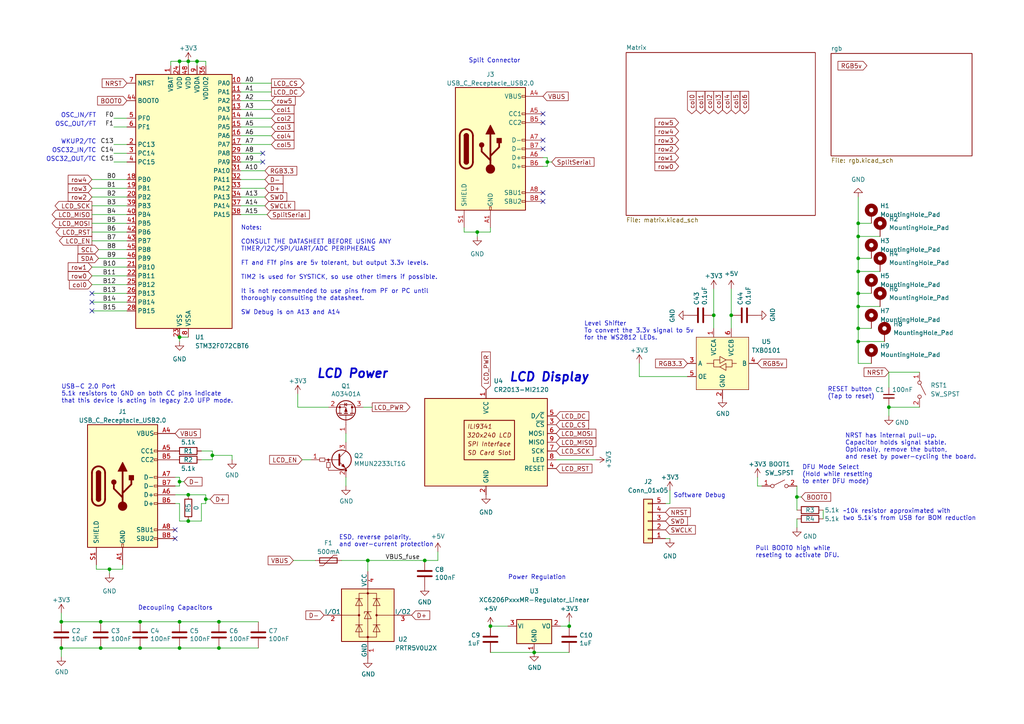
<source format=kicad_sch>
(kicad_sch (version 20231120) (generator "eeschema") (generator_version "8.0")
  (paper "A4")
  (lib_symbols
    (symbol "+5V_1" (power) (pin_names (offset 0))
      (property "Value" "+5V_1" (at 0 3.556 0))
      (symbol "+5V_1_1_1"
        (pin power_in line (at 0 0 90) (length 0) hide (name "+5V") (number "1"))
      )
    )
    (symbol "Connector:USB_C_Receptacle_USB2.0" (pin_names (offset 1.016))
      (property "Reference" "J" (at -10.16 19.05 0))
      (property "Value" "USB_C_Receptacle_USB2.0" (at 19.05 19.05 0))
      (symbol "USB_C_Receptacle_USB2.0_1_1"
        (pin passive line (at 0 -22.86 90) (length 5.08) (name "GND") (number "A1"))
        (pin passive line (at 0 -22.86 90) (length 5.08) hide (name "GND") (number "A12"))
        (pin passive line (at 15.24 15.24 180) (length 5.08) (name "VBUS") (number "A4"))
        (pin bidirectional line (at 15.24 10.16 180) (length 5.08) (name "CC1") (number "A5"))
        (pin bidirectional line (at 15.24 -2.54 180) (length 5.08) (name "D+") (number "A6"))
        (pin bidirectional line (at 15.24 2.54 180) (length 5.08) (name "D-") (number "A7"))
        (pin bidirectional line (at 15.24 -12.7 180) (length 5.08) (name "SBU1") (number "A8"))
        (pin passive line (at 15.24 15.24 180) (length 5.08) hide (name "VBUS") (number "A9"))
        (pin passive line (at 0 -22.86 90) (length 5.08) hide (name "GND") (number "B1"))
        (pin passive line (at 0 -22.86 90) (length 5.08) hide (name "GND") (number "B12"))
        (pin passive line (at 15.24 15.24 180) (length 5.08) hide (name "VBUS") (number "B4"))
        (pin bidirectional line (at 15.24 7.62 180) (length 5.08) (name "CC2") (number "B5"))
        (pin bidirectional line (at 15.24 -5.08 180) (length 5.08) (name "D+") (number "B6"))
        (pin bidirectional line (at 15.24 0 180) (length 5.08) (name "D-") (number "B7"))
        (pin bidirectional line (at 15.24 -15.24 180) (length 5.08) (name "SBU2") (number "B8"))
        (pin passive line (at 15.24 15.24 180) (length 5.08) hide (name "VBUS") (number "B9"))
        (pin passive line (at -7.62 -22.86 90) (length 5.08) (name "SHIELD") (number "S1"))
      )
    )
    (symbol "Connector_Generic:Conn_01x05" (pin_names (offset 1.016) hide)
      (property "Reference" "J" (at 0 7.62 0))
      (property "Value" "Conn_01x05" (at 0 -7.62 0))
      (symbol "Conn_01x05_1_1"
        (pin passive line (at -5.08 5.08 0) (length 3.81) (name "Pin_1") (number "1"))
        (pin passive line (at -5.08 2.54 0) (length 3.81) (name "Pin_2") (number "2"))
        (pin passive line (at -5.08 0 0) (length 3.81) (name "Pin_3") (number "3"))
        (pin passive line (at -5.08 -2.54 0) (length 3.81) (name "Pin_4") (number "4"))
        (pin passive line (at -5.08 -5.08 0) (length 3.81) (name "Pin_5") (number "5"))
      )
    )
    (symbol "Device:C" (pin_numbers hide) (pin_names (offset 0.254))
      (property "Reference" "C" (at 0.635 2.54 0))
      (property "Value" "C" (at 0.635 -2.54 0))
      (symbol "C_1_1"
        (pin passive line (at 0 3.81 270) (length 2.794) (name "~") (number "1"))
        (pin passive line (at 0 -3.81 90) (length 2.794) (name "~") (number "2"))
      )
    )
    (symbol "Device:C_Small" (pin_numbers hide) (pin_names (offset 0.254) hide)
      (property "Reference" "C" (at 0.254 1.778 0))
      (property "Value" "C_Small" (at 0.254 -2.032 0))
      (symbol "C_Small_1_1"
        (pin passive line (at 0 2.54 270) (length 2.032) (name "~") (number "1"))
        (pin passive line (at 0 -2.54 90) (length 2.032) (name "~") (number "2"))
      )
    )
    (symbol "Device:Polyfuse" (pin_numbers hide) (pin_names (offset 0))
      (property "Reference" "F" (at -2.54 0 90))
      (property "Value" "Polyfuse" (at 2.54 0 90))
      (symbol "Polyfuse_1_1"
        (pin passive line (at 0 3.81 270) (length 1.27) (name "~") (number "1"))
        (pin passive line (at 0 -3.81 90) (length 1.27) (name "~") (number "2"))
      )
    )
    (symbol "Device:Q_NPN_BEC_BRT" (pin_names hide)
      (property "Reference" "Q" (at 3.81 1.27 0))
      (property "Value" "Q_NPN_BEC_BRT" (at 3.81 -1.27 0))
      (symbol "Q_NPN_BEC_BRT_1_1"
        (pin input line (at -8.89 0 0) (length 2.54) (name "B") (number "1"))
        (pin passive line (at 1.27 -5.08 90) (length 2.54) (name "E") (number "2"))
        (pin passive line (at 1.27 5.08 270) (length 2.54) (name "C") (number "3"))
      )
    )
    (symbol "Device:R" (pin_numbers hide) (pin_names (offset 0))
      (property "Reference" "R" (at 2.032 0 90))
      (property "Value" "R" (at 0 0 90))
      (symbol "R_1_1"
        (pin passive line (at 0 3.81 270) (length 1.27) (name "~") (number "1"))
        (pin passive line (at 0 -3.81 90) (length 1.27) (name "~") (number "2"))
      )
    )
    (symbol "Djinn-rescue:GND-power" (power) (pin_names (offset 0))
      (property "Value" "power_GND" (at 0 -3.81 0))
      (symbol "GND-power_1_1"
        (pin power_in line (at 0 0 270) (length 0) hide (name "GND") (number "1"))
      )
    )
    (symbol "Driver_Display:CR2013-MI2120" (pin_names (offset 0.762))
      (property "Reference" "U4" (at 2.1941 17.78 0))
      (property "Value" "CR2013-MI2120" (at 2.1941 15.24 0))
      (symbol "CR2013-MI2120_0_0"
        (text "320x240 LCD" (at 0.889 2.032 0) (effects (font (size 1.27 1.27) (italic yes))))
        (text "ILI9341" (at -5.461 4.572 0) (effects (font (size 1.27 1.27) (italic yes)) (justify left)))
        (text "SD Card Slot" (at -5.461 -3.048 0) (effects (font (size 1.27 1.27) (italic yes)) (justify left)))
        (text "SPI Interface" (at -5.461 -0.508 0) (effects (font (size 1.27 1.27) (italic yes)) (justify left)))
      )
      (symbol "CR2013-MI2120_1_1"
        (pin power_in line (at 0 15.24 270) (length 2.54) (name "VCC") (number "1"))
        (pin power_in line (at 0 -15.24 90) (length 2.54) (name "GND") (number "2"))
        (pin input line (at 20.32 5.08 180) (length 2.54) (name "~{CS}") (number "3"))
        (pin input line (at 20.32 -7.62 180) (length 2.54) (name "RESET") (number "4"))
        (pin input line (at 20.32 7.62 180) (length 2.54) (name "D/~{C}") (number "5"))
        (pin input line (at 20.32 2.54 180) (length 2.54) (name "MOSI") (number "6"))
        (pin input line (at 20.32 -2.54 180) (length 2.54) (name "SCK") (number "7"))
        (pin input line (at 20.32 -5.08 180) (length 2.54) (name "LED") (number "8"))
        (pin output line (at 20.32 0 180) (length 2.54) (name "MISO") (number "9"))
      )
    )
    (symbol "GND_1" (power) (pin_numbers hide) (pin_names (offset 0) hide)
      (property "Value" "GND" (at 0 -3.81 0))
      (symbol "GND_1_1_1"
        (pin power_in line (at 0 0 270) (length 0) (name "~") (number "1"))
      )
    )
    (symbol "MCU_ST_STM32F0:STM32F072CBTx"
      (property "Reference" "U" (at -12.7 39.37 0))
      (property "Value" "STM32F072CBTx" (at 10.16 39.37 0))
      (symbol "STM32F072CBTx_1_1"
        (pin power_in line (at -2.54 40.64 270) (length 2.54) (name "VBAT") (number "1"))
        (pin bidirectional line (at 17.78 35.56 180) (length 2.54) (name "PA0") (number "10"))
        (pin bidirectional line (at 17.78 33.02 180) (length 2.54) (name "PA1") (number "11"))
        (pin bidirectional line (at 17.78 30.48 180) (length 2.54) (name "PA2") (number "12"))
        (pin bidirectional line (at 17.78 27.94 180) (length 2.54) (name "PA3") (number "13"))
        (pin bidirectional line (at 17.78 25.4 180) (length 2.54) (name "PA4") (number "14"))
        (pin bidirectional line (at 17.78 22.86 180) (length 2.54) (name "PA5") (number "15"))
        (pin bidirectional line (at 17.78 20.32 180) (length 2.54) (name "PA6") (number "16"))
        (pin bidirectional line (at 17.78 17.78 180) (length 2.54) (name "PA7") (number "17"))
        (pin bidirectional line (at -15.24 7.62 0) (length 2.54) (name "PB0") (number "18"))
        (pin bidirectional line (at -15.24 5.08 0) (length 2.54) (name "PB1") (number "19"))
        (pin bidirectional line (at -15.24 17.78 0) (length 2.54) (name "PC13") (number "2"))
        (pin bidirectional line (at -15.24 2.54 0) (length 2.54) (name "PB2") (number "20"))
        (pin bidirectional line (at -15.24 -17.78 0) (length 2.54) (name "PB10") (number "21"))
        (pin bidirectional line (at -15.24 -20.32 0) (length 2.54) (name "PB11") (number "22"))
        (pin power_in line (at 0 -38.1 90) (length 2.54) (name "VSS") (number "23"))
        (pin power_in line (at 0 40.64 270) (length 2.54) (name "VDD") (number "24"))
        (pin bidirectional line (at -15.24 -22.86 0) (length 2.54) (name "PB12") (number "25"))
        (pin bidirectional line (at -15.24 -25.4 0) (length 2.54) (name "PB13") (number "26"))
        (pin bidirectional line (at -15.24 -27.94 0) (length 2.54) (name "PB14") (number "27"))
        (pin bidirectional line (at -15.24 -30.48 0) (length 2.54) (name "PB15") (number "28"))
        (pin bidirectional line (at 17.78 15.24 180) (length 2.54) (name "PA8") (number "29"))
        (pin bidirectional line (at -15.24 15.24 0) (length 2.54) (name "PC14") (number "3"))
        (pin bidirectional line (at 17.78 12.7 180) (length 2.54) (name "PA9") (number "30"))
        (pin bidirectional line (at 17.78 10.16 180) (length 2.54) (name "PA10") (number "31"))
        (pin bidirectional line (at 17.78 7.62 180) (length 2.54) (name "PA11") (number "32"))
        (pin bidirectional line (at 17.78 5.08 180) (length 2.54) (name "PA12") (number "33"))
        (pin bidirectional line (at 17.78 2.54 180) (length 2.54) (name "PA13") (number "34"))
        (pin passive line (at 0 -38.1 90) (length 2.54) hide (name "VSS") (number "35"))
        (pin power_in line (at 7.62 40.64 270) (length 2.54) (name "VDDIO2") (number "36"))
        (pin bidirectional line (at 17.78 0 180) (length 2.54) (name "PA14") (number "37"))
        (pin bidirectional line (at 17.78 -2.54 180) (length 2.54) (name "PA15") (number "38"))
        (pin bidirectional line (at -15.24 0 0) (length 2.54) (name "PB3") (number "39"))
        (pin bidirectional line (at -15.24 12.7 0) (length 2.54) (name "PC15") (number "4"))
        (pin bidirectional line (at -15.24 -2.54 0) (length 2.54) (name "PB4") (number "40"))
        (pin bidirectional line (at -15.24 -5.08 0) (length 2.54) (name "PB5") (number "41"))
        (pin bidirectional line (at -15.24 -7.62 0) (length 2.54) (name "PB6") (number "42"))
        (pin bidirectional line (at -15.24 -10.16 0) (length 2.54) (name "PB7") (number "43"))
        (pin input line (at -15.24 30.48 0) (length 2.54) (name "BOOT0") (number "44"))
        (pin bidirectional line (at -15.24 -12.7 0) (length 2.54) (name "PB8") (number "45"))
        (pin bidirectional line (at -15.24 -15.24 0) (length 2.54) (name "PB9") (number "46"))
        (pin passive line (at 0 -38.1 90) (length 2.54) hide (name "VSS") (number "47"))
        (pin power_in line (at 2.54 40.64 270) (length 2.54) (name "VDD") (number "48"))
        (pin bidirectional line (at -15.24 25.4 0) (length 2.54) (name "PF0") (number "5"))
        (pin bidirectional line (at -15.24 22.86 0) (length 2.54) (name "PF1") (number "6"))
        (pin input line (at -15.24 35.56 0) (length 2.54) (name "NRST") (number "7"))
        (pin power_in line (at 2.54 -38.1 90) (length 2.54) (name "VSSA") (number "8"))
        (pin power_in line (at 5.08 40.64 270) (length 2.54) (name "VDDA") (number "9"))
      )
    )
    (symbol "Mechanical:MountingHole_Pad" (pin_numbers hide) (pin_names (offset 1.016) hide) (exclude_from_sim yes) (in_bom no)
      (property "Reference" "H" (at 0 6.35 0))
      (property "Value" "MountingHole_Pad" (at 0 4.445 0))
      (symbol "MountingHole_Pad_1_1"
        (pin input line (at 0 -2.54 90) (length 2.54) (name "1") (number "1"))
      )
    )
    (symbol "PCM_marbastlib-various:TXB0101"
      (property "Reference" "U" (at -6.35 11.43 0))
      (property "Value" "TXB0101" (at 3.81 11.43 0))
      (symbol "TXB0101_1_1"
        (pin power_in line (at -2.54 12.7 270) (length 2.54) (name "VCCA") (number "1"))
        (pin power_in line (at 0 -7.62 90) (length 2.54) (name "GND") (number "2"))
        (pin bidirectional line (at -10.16 2.54 0) (length 2.54) (name "A") (number "3"))
        (pin bidirectional line (at 10.16 2.54 180) (length 2.54) (name "B") (number "4"))
        (pin input line (at -10.16 -1.27 0) (length 2.54) (name "OE") (number "5"))
        (pin power_in line (at 2.54 12.7 270) (length 2.54) (name "VCCB") (number "6"))
      )
    )
    (symbol "Power_Protection:PRTR5V0U2X" (pin_names (offset 0))
      (property "Reference" "D" (at 2.794 8.636 0))
      (property "Value" "PRTR5V0U2X" (at 8.128 -9.398 0))
      (symbol "PRTR5V0U2X_1_1"
        (pin passive line (at 0 -12.7 90) (length 5.08) (name "GND") (number "1"))
        (pin passive line (at -12.7 0 0) (length 5.08) (name "I/O1") (number "2"))
        (pin passive line (at 12.7 0 180) (length 5.08) (name "I/O2") (number "3"))
        (pin passive line (at 0 12.7 270) (length 5.08) (name "VCC") (number "4"))
      )
    )
    (symbol "Switch:SW_SPST" (pin_names (offset 0) hide)
      (property "Reference" "SW" (at 0 3.175 0))
      (property "Value" "SW_SPST" (at 0 -2.54 0))
      (symbol "SW_SPST_1_1"
        (pin passive line (at -5.08 0 0) (length 2.54) (name "A") (number "1"))
        (pin passive line (at 5.08 0 180) (length 2.54) (name "B") (number "2"))
      )
    )
    (symbol "Transistor_FET:AO3401A" (pin_names hide)
      (property "Reference" "Q" (at 5.08 1.905 0))
      (property "Value" "AO3401A" (at 5.08 0 0))
      (symbol "AO3401A_1_1"
        (pin input line (at -5.08 0 0) (length 2.54) (name "G") (number "1"))
        (pin passive line (at 2.54 -5.08 90) (length 2.54) (name "S") (number "2"))
        (pin passive line (at 2.54 5.08 270) (length 2.54) (name "D") (number "3"))
      )
    )
    (symbol "kicad-keyboard-parts:XC6206PxxxMR-Regulator_Linear" (pin_names (offset 0.254))
      (property "Reference" "U" (at -3.81 3.175 0))
      (property "Value" "XC6206PxxxMR-Regulator_Linear" (at 0 3.175 0))
      (property "LCSC" "C5446" (at 0 0 0))
      (symbol "XC6206PxxxMR-Regulator_Linear_1_1"
        (pin power_in line (at 0 -7.62 90) (length 2.54) (name "GND") (number "1"))
        (pin power_out line (at 7.62 0 180) (length 2.54) (name "VO") (number "2"))
        (pin power_in line (at -7.62 0 0) (length 2.54) (name "VI") (number "3"))
      )
    )
    (symbol "power:+3V3" (power) (pin_names (offset 0))
      (property "Value" "+3V3" (at 0 3.556 0))
      (symbol "+3V3_1_1"
        (pin power_in line (at 0 0 90) (length 0) hide (name "+3V3") (number "1"))
      )
    )
    (symbol "power:+5V" (power) (pin_names (offset 0))
      (property "Value" "+5V" (at 0 3.556 0))
      (symbol "+5V_1_1"
        (pin power_in line (at 0 0 90) (length 0) hide (name "+5V") (number "1"))
      )
    )
    (symbol "power:GND" (power) (pin_names (offset 0))
      (property "Value" "GND" (at 0 -3.81 0))
      (symbol "GND_1_1"
        (pin power_in line (at 0 0 270) (length 0) hide (name "GND") (number "1"))
      )
    )
  )
  (junction (at 17.78 180.34))
  (junction (at 248.92 74.93))
  (junction (at 207.01 91.44))
  (junction (at 138.43 67.31))
  (junction (at 61.595 132.08))
  (junction (at 52.07 17.78))
  (junction (at 54.61 17.78))
  (junction (at 59.69 144.78))
  (junction (at 52.07 139.7))
  (junction (at 248.92 95.25))
  (junction (at 52.07 180.34))
  (junction (at 106.68 162.56))
  (junction (at 17.78 187.96))
  (junction (at 52.07 97.79))
  (junction (at 29.21 180.34))
  (junction (at 248.92 78.74))
  (junction (at 63.5 180.34))
  (junction (at 248.92 64.77))
  (junction (at 29.21 187.96))
  (junction (at 248.92 88.9))
  (junction (at 54.61 143.51))
  (junction (at 231.14 144.145))
  (junction (at 212.09 91.44))
  (junction (at 248.92 85.09))
  (junction (at 40.64 180.34))
  (junction (at 154.94 189.23) (diameter 0.9144))
  (junction (at 40.64 187.96))
  (junction (at 123.19 162.56))
  (junction (at 63.5 187.96))
  (junction (at 57.15 17.78))
  (junction (at 52.07 187.96))
  (junction (at 257.81 118.11))
  (junction (at 165.1 181.61))
  (junction (at 248.92 99.06))
  (junction (at 31.75 165.1))
  (junction (at 248.92 68.58))
  (junction (at 142.24 181.61))
  (junction (at 54.61 151.13))
  (junction (at 158.75 46.99))
  (no_connect (at 76.2 46.99))
  (no_connect (at 157.48 43.18))
  (no_connect (at 50.8 153.67))
  (no_connect (at 157.48 58.42))
  (no_connect (at 26.67 90.17))
  (no_connect (at 50.8 156.21))
  (no_connect (at 26.67 87.63))
  (no_connect (at 157.48 33.02))
  (no_connect (at 157.48 35.56))
  (no_connect (at 157.48 40.64))
  (no_connect (at 157.48 55.88))
  (no_connect (at 26.67 85.09))
  (no_connect (at 76.2 44.45))
  (wire (pts (xy 248.92 88.9) (xy 248.92 85.09)))
  (wire (pts (xy 69.85 44.45) (xy 76.2 44.45)))
  (wire (pts (xy 69.85 39.37) (xy 78.74 39.37)))
  (wire (pts (xy 63.5 187.96) (xy 74.93 187.96)))
  (wire (pts (xy 123.19 162.56) (xy 127 162.56)))
  (wire (pts (xy 248.92 95.25) (xy 248.92 88.9)))
  (wire (pts (xy 138.43 68.58) (xy 138.43 67.31)))
  (wire (pts (xy 17.78 177.8) (xy 17.78 180.34)))
  (wire (pts (xy 26.67 80.01) (xy 36.83 80.01)))
  (wire (pts (xy 248.92 57.15) (xy 248.92 64.77)))
  (wire (pts (xy 100.33 125.73) (xy 100.33 128.27)))
  (wire (pts (xy 127 160.02) (xy 127 162.56)))
  (wire (pts (xy 40.64 180.34) (xy 29.21 180.34)))
  (wire (pts (xy 52.07 138.43) (xy 52.07 139.7)))
  (wire (pts (xy 67.31 132.08) (xy 67.31 133.35)))
  (wire (pts (xy 207.01 83.82) (xy 207.01 91.44)))
  (wire (pts (xy 69.85 57.15) (xy 76.835 57.15)))
  (wire (pts (xy 248.92 74.93) (xy 248.92 68.58)))
  (wire (pts (xy 248.92 78.74) (xy 248.92 74.93)))
  (wire (pts (xy 59.69 146.05) (xy 59.69 144.78)))
  (wire (pts (xy 50.8 143.51) (xy 54.61 143.51)))
  (wire (pts (xy 33.02 44.45) (xy 36.83 44.45)))
  (wire (pts (xy 26.67 77.47) (xy 36.83 77.47)))
  (wire (pts (xy 26.67 54.61) (xy 36.83 54.61)))
  (wire (pts (xy 26.67 52.07) (xy 36.83 52.07)))
  (wire (pts (xy 29.21 180.34) (xy 17.78 180.34)))
  (wire (pts (xy 40.64 187.96) (xy 52.07 187.96)))
  (wire (pts (xy 194.31 142.24) (xy 194.31 146.05)))
  (wire (pts (xy 52.07 17.78) (xy 52.07 19.05)))
  (wire (pts (xy 17.78 190.5) (xy 17.78 187.96)))
  (wire (pts (xy 69.85 54.61) (xy 76.835 54.61)))
  (wire (pts (xy 185.42 109.22) (xy 199.39 109.22)))
  (wire (pts (xy 33.02 36.83) (xy 36.83 36.83)))
  (wire (pts (xy 61.595 133.35) (xy 61.595 132.08)))
  (wire (pts (xy 248.92 99.06) (xy 248.92 105.41)))
  (wire (pts (xy 248.92 105.41) (xy 252.73 105.41)))
  (wire (pts (xy 28.575 72.39) (xy 36.83 72.39)))
  (wire (pts (xy 26.67 57.15) (xy 36.83 57.15)))
  (wire (pts (xy 134.62 67.31) (xy 138.43 67.31)))
  (wire (pts (xy 86.36 114.3) (xy 86.36 118.11)))
  (wire (pts (xy 33.02 46.99) (xy 36.83 46.99)))
  (wire (pts (xy 154.94 189.23) (xy 165.1 189.23)))
  (wire (pts (xy 231.14 140.97) (xy 231.14 144.145)))
  (wire (pts (xy 52.07 99.06) (xy 52.07 97.79)))
  (wire (pts (xy 26.67 85.09) (xy 36.83 85.09)))
  (wire (pts (xy 248.92 78.74) (xy 255.27 78.74)))
  (wire (pts (xy 61.595 132.08) (xy 67.31 132.08)))
  (wire (pts (xy 26.67 67.31) (xy 36.83 67.31)))
  (wire (pts (xy 165.1 180.34) (xy 165.1 181.61)))
  (wire (pts (xy 69.85 62.23) (xy 77.47 62.23)))
  (wire (pts (xy 52.07 97.79) (xy 54.61 97.79)))
  (wire (pts (xy 69.85 49.53) (xy 76.835 49.53)))
  (wire (pts (xy 52.07 180.34) (xy 63.5 180.34)))
  (wire (pts (xy 248.92 95.25) (xy 248.92 99.06)))
  (wire (pts (xy 54.61 151.13) (xy 58.42 151.13)))
  (wire (pts (xy 194.31 146.05) (xy 193.04 146.05)))
  (wire (pts (xy 157.48 45.72) (xy 158.75 45.72)))
  (wire (pts (xy 26.67 62.23) (xy 36.83 62.23)))
  (wire (pts (xy 49.53 17.78) (xy 52.07 17.78)))
  (wire (pts (xy 26.67 64.77) (xy 36.83 64.77)))
  (wire (pts (xy 50.8 146.05) (xy 52.07 146.05)))
  (wire (pts (xy 100.33 138.43) (xy 100.33 140.97)))
  (wire (pts (xy 69.85 34.29) (xy 78.74 34.29)))
  (wire (pts (xy 238.76 147.955) (xy 238.76 150.495)))
  (wire (pts (xy 52.07 146.05) (xy 52.07 151.13)))
  (wire (pts (xy 52.07 139.7) (xy 52.07 140.97)))
  (wire (pts (xy 69.85 59.69) (xy 76.835 59.69)))
  (wire (pts (xy 26.67 82.55) (xy 36.83 82.55)))
  (wire (pts (xy 52.07 17.78) (xy 54.61 17.78)))
  (wire (pts (xy 185.42 109.22) (xy 185.42 105.41)))
  (wire (pts (xy 212.09 83.82) (xy 212.09 91.44)))
  (wire (pts (xy 49.53 17.78) (xy 49.53 19.05)))
  (wire (pts (xy 256.54 99.06) (xy 248.92 99.06)))
  (wire (pts (xy 33.02 41.91) (xy 36.83 41.91)))
  (wire (pts (xy 142.24 181.61) (xy 147.32 181.61)))
  (wire (pts (xy 162.56 181.61) (xy 165.1 181.61)))
  (wire (pts (xy 85.09 162.56) (xy 91.44 162.56)))
  (wire (pts (xy 40.64 187.96) (xy 29.21 187.96)))
  (wire (pts (xy 257.81 107.95) (xy 257.81 112.395)))
  (wire (pts (xy 231.14 144.145) (xy 231.14 147.955)))
  (wire (pts (xy 90.17 133.35) (xy 87.63 133.35)))
  (wire (pts (xy 26.67 87.63) (xy 36.83 87.63)))
  (wire (pts (xy 50.8 140.97) (xy 52.07 140.97)))
  (wire (pts (xy 158.75 46.99) (xy 160.02 46.99)))
  (wire (pts (xy 231.14 150.495) (xy 231.14 153.035)))
  (wire (pts (xy 52.07 151.13) (xy 54.61 151.13)))
  (wire (pts (xy 257.81 107.95) (xy 266.7 107.95)))
  (wire (pts (xy 134.62 66.04) (xy 134.62 67.31)))
  (wire (pts (xy 29.21 187.96) (xy 17.78 187.96)))
  (wire (pts (xy 69.85 24.13) (xy 78.74 24.13)))
  (wire (pts (xy 257.81 118.11) (xy 266.7 118.11)))
  (wire (pts (xy 35.56 165.1) (xy 35.56 163.83)))
  (wire (pts (xy 59.69 143.51) (xy 59.69 144.78)))
  (wire (pts (xy 193.04 156.21) (xy 194.31 156.21)))
  (wire (pts (xy 248.92 88.9) (xy 255.27 88.9)))
  (wire (pts (xy 69.85 29.21) (xy 78.74 29.21)))
  (wire (pts (xy 27.94 165.1) (xy 31.75 165.1)))
  (wire (pts (xy 106.68 162.56) (xy 123.19 162.56)))
  (wire (pts (xy 69.85 46.99) (xy 76.2 46.99)))
  (wire (pts (xy 158.75 48.26) (xy 158.75 46.99)))
  (wire (pts (xy 248.92 64.77) (xy 252.73 64.77)))
  (wire (pts (xy 40.64 180.34) (xy 52.07 180.34)))
  (wire (pts (xy 54.61 143.51) (xy 59.69 143.51)))
  (wire (pts (xy 231.14 144.145) (xy 232.41 144.145)))
  (wire (pts (xy 52.07 139.7) (xy 53.34 139.7)))
  (wire (pts (xy 57.15 17.78) (xy 54.61 17.78)))
  (wire (pts (xy 59.69 144.78) (xy 60.96 144.78)))
  (wire (pts (xy 158.75 45.72) (xy 158.75 46.99)))
  (wire (pts (xy 59.69 17.78) (xy 59.69 19.05)))
  (wire (pts (xy 69.85 36.83) (xy 78.74 36.83)))
  (wire (pts (xy 154.94 189.23) (xy 142.24 189.23)))
  (wire (pts (xy 28.575 74.93) (xy 36.83 74.93)))
  (wire (pts (xy 50.8 138.43) (xy 52.07 138.43)))
  (wire (pts (xy 69.85 31.75) (xy 78.74 31.75)))
  (wire (pts (xy 54.61 17.78) (xy 54.61 19.05)))
  (wire (pts (xy 220.98 140.97) (xy 219.71 140.97)))
  (wire (pts (xy 63.5 180.34) (xy 74.93 180.34)))
  (wire (pts (xy 31.75 165.1) (xy 35.56 165.1)))
  (wire (pts (xy 58.42 151.13) (xy 58.42 146.05)))
  (wire (pts (xy 26.67 59.69) (xy 36.83 59.69)))
  (wire (pts (xy 58.42 146.05) (xy 59.69 146.05)))
  (wire (pts (xy 248.92 68.58) (xy 255.27 68.58)))
  (wire (pts (xy 207.01 91.44) (xy 207.01 95.25)))
  (wire (pts (xy 69.85 52.07) (xy 76.835 52.07)))
  (wire (pts (xy 33.02 34.29) (xy 36.83 34.29)))
  (wire (pts (xy 31.75 166.37) (xy 31.75 165.1)))
  (wire (pts (xy 105.41 118.11) (xy 107.95 118.11)))
  (wire (pts (xy 57.15 17.78) (xy 57.15 19.05)))
  (wire (pts (xy 142.24 67.31) (xy 142.24 66.04)))
  (wire (pts (xy 86.36 118.11) (xy 95.25 118.11)))
  (wire (pts (xy 58.42 133.35) (xy 61.595 133.35)))
  (wire (pts (xy 252.73 95.25) (xy 248.92 95.25)))
  (wire (pts (xy 69.85 41.91) (xy 78.74 41.91)))
  (wire (pts (xy 52.07 187.96) (xy 63.5 187.96)))
  (wire (pts (xy 27.94 163.83) (xy 27.94 165.1)))
  (wire (pts (xy 257.81 118.11) (xy 257.81 117.475)))
  (wire (pts (xy 248.92 74.93) (xy 252.73 74.93)))
  (wire (pts (xy 138.43 67.31) (xy 142.24 67.31)))
  (wire (pts (xy 212.09 91.44) (xy 212.09 95.25)))
  (wire (pts (xy 26.67 90.17) (xy 36.83 90.17)))
  (wire (pts (xy 58.42 130.81) (xy 61.595 130.81)))
  (wire (pts (xy 248.92 85.09) (xy 248.92 78.74)))
  (wire (pts (xy 248.92 68.58) (xy 248.92 64.77)))
  (wire (pts (xy 257.81 120.65) (xy 257.81 118.11)))
  (wire (pts (xy 161.29 133.35) (xy 172.72 133.35)))
  (wire (pts (xy 219.71 138.43) (xy 219.71 140.97)))
  (wire (pts (xy 106.68 162.56) (xy 106.68 165.735)))
  (wire (pts (xy 99.06 162.56) (xy 106.68 162.56)))
  (wire (pts (xy 26.67 69.85) (xy 36.83 69.85)))
  (wire (pts (xy 61.595 132.08) (xy 61.595 130.81)))
  (wire (pts (xy 157.48 48.26) (xy 158.75 48.26)))
  (wire (pts (xy 69.85 26.67) (xy 78.74 26.67)))
  (wire (pts (xy 248.92 85.09) (xy 252.73 85.09)))
  (wire (pts (xy 57.15 17.78) (xy 59.69 17.78)))
  (text "Decoupling Capacitors" (at 40.005 177.165 0) (effects (font (size 1.27 1.27)) (justify left bottom)))
  (text "~10k resistor approximated with\ntwo 5.1k's from USB for BOM reduction" (at 244.475 151.13 0) (effects (font (size 1.27 1.27)) (justify left bottom)))
  (text "LCD Power" (at 91.694 109.982 0) (effects (font (size 2.54 2.54) (thickness 0.508) (bold yes) (italic yes)) (justify left bottom)))
  (text "Notes:\n\nCONSULT THE DATASHEET BEFORE USING ANY \nTIMER/I2C/SPI/UART/ADC PERIPHERALS\n\nFT and FTf pins are 5v tolerant, but output 3.3v levels.\n\nTIM2 is used for SYSTICK, so use other timers if possible.\n\nIt is not recommended to use pins from PF or PC until\nthoroughly consulting the datasheet.\n\nSW Debug is on A13 and A14" (at 69.85 91.44 0) (effects (font (size 1.27 1.27)) (justify left bottom)))
  (text "RESET button\n(Tap to reset)" (at 240.03 115.824 0) (effects (font (size 1.27 1.27)) (justify left bottom)))
  (text "Power Regulation" (at 147.32 168.275 0) (effects (font (size 1.27 1.27)) (justify left bottom)))
  (text "OSC_IN/FT" (at 27.94 34.29 0) (effects (font (size 1.27 1.27)) (justify right bottom)))
  (text "OSC32_OUT/TC" (at 27.94 46.99 0) (effects (font (size 1.27 1.27)) (justify right bottom)))
  (text "USB-C 2.0 Port\n5.1k resistors to GND on both CC pins indicate\nthat this device is acting in legacy 2.0 UFP mode." (at 17.78 117.094 0) (effects (font (size 1.27 1.27)) (justify left bottom)))
  (text "WKUP2/TC" (at 27.94 41.91 0) (effects (font (size 1.27 1.27)) (justify right bottom)))
  (text "OSC_OUT/FT" (at 27.94 36.83 0) (effects (font (size 1.27 1.27)) (justify right bottom)))
  (text "ESD, reverse polarity,\nand over-current protection" (at 98.298 158.75 0) (effects (font (size 1.27 1.27)) (justify left bottom)))
  (text "Split Connector" (at 135.89 18.415 0) (effects (font (size 1.27 1.27)) (justify left bottom)))
  (text "Software Debug" (at 195.326 144.526 0) (effects (font (size 1.27 1.27)) (justify left bottom)))
  (text "NRST has internal pull-up.\nCapacitor holds signal stable.\nOptionally, remove the button,\nand reset by power-cycling the board." (at 245.11 133.35 0) (effects (font (size 1.27 1.27)) (justify left bottom)))
  (text "OSC32_IN/TC" (at 27.94 44.45 0) (effects (font (size 1.27 1.27)) (justify right bottom)))
  (text "Pull BOOT0 high while \nreseting to activate DFU." (at 219.075 161.925 0) (effects (font (size 1.27 1.27)) (justify left bottom)))
  (text "Level Shifter\nTo convert the 3.3v signal to 5v\nfor the WS2812 LEDs." (at 169.418 98.806 0) (effects (font (size 1.27 1.27)) (justify left bottom)))
  (text "LCD Display" (at 147.574 110.998 0) (effects (font (size 2.54 2.54) (thickness 0.508) (bold yes) (italic yes)) (justify left bottom)))
  (text "DFU Mode Select\n(Hold while resetting\nto enter DFU mode)" (at 232.664 140.462 0) (effects (font (size 1.27 1.27)) (justify left bottom)))
  (label "A0" (at 71.12 24.13 0))
  (label "B11" (at 33.655 80.01 180))
  (label "C13" (at 33.02 41.91 180))
  (label "A6" (at 71.12 39.37 0))
  (label "B4" (at 33.655 62.23 180))
  (label "A7" (at 71.12 41.91 0))
  (label "A4" (at 71.12 34.29 0))
  (label "B2" (at 33.655 57.15 180))
  (label "B8" (at 33.655 72.39 180))
  (label "F0" (at 33.02 34.29 180))
  (label "B13" (at 33.655 85.09 180))
  (label "A3" (at 71.12 31.75 0))
  (label "A10" (at 71.12 49.53 0))
  (label "A9" (at 71.12 46.99 0))
  (label "C14" (at 33.02 44.45 180))
  (label "A2" (at 71.12 29.21 0))
  (label "B5" (at 33.655 64.77 180))
  (label "B0" (at 33.655 52.07 180))
  (label "F1" (at 33.02 36.83 180))
  (label "C15" (at 33.02 46.99 180))
  (label "A8" (at 71.12 44.45 0))
  (label "B1" (at 33.655 54.61 180))
  (label "B7" (at 33.655 69.85 180))
  (label "B10" (at 33.655 77.47 180))
  (label "B9" (at 33.655 74.93 180))
  (label "B6" (at 33.655 67.31 180))
  (label "A13" (at 71.12 57.15 0))
  (label "VBUS_fuse" (at 111.76 162.56 0))
  (label "A1" (at 71.12 26.67 0))
  (label "B3" (at 33.655 59.69 180))
  (label "B15" (at 33.655 90.17 180))
  (label "A5" (at 71.12 36.83 0))
  (label "B14" (at 33.655 87.63 180))
  (label "A15" (at 71.12 62.23 0))
  (label "A14" (at 71.12 59.69 0))
  (label "B12" (at 33.655 82.55 180))
  (global_label "RGB5v" (shape input) (at 219.71 105.41 0) (property "Intersheetrefs" "${INTERSHEET_REFS}" (effects (hide yes))))
  (global_label "SDA" (shape input) (at 28.575 74.93 180) (property "Intersheetrefs" "${INTERSHEET_REFS}" (effects (hide yes))))
  (global_label "LCD_MISO" (shape input) (at 161.29 128.27 0) (property "Intersheetrefs" "${INTERSHEET_REFS}" (effects (hide yes))))
  (global_label "VBUS" (shape input) (at 157.48 27.94 0) (property "Intersheetrefs" "${INTERSHEET_REFS}" (effects (hide yes))))
  (global_label "col3" (shape input) (at 78.74 36.83 0) (property "Intersheetrefs" "${INTERSHEET_REFS}" (effects (hide yes))))
  (global_label "SWD" (shape input) (at 76.835 57.15 0) (property "Intersheetrefs" "${INTERSHEET_REFS}" (effects (hide yes))))
  (global_label "row1" (shape input) (at 196.85 45.72 180) (property "Intersheetrefs" "${INTERSHEET_REFS}" (effects (hide yes))))
  (global_label "LCD_EN" (shape output) (at 26.67 69.85 180) (property "Intersheetrefs" "${INTERSHEET_REFS}" (effects (hide yes))))
  (global_label "row2" (shape input) (at 196.85 43.18 180) (property "Intersheetrefs" "${INTERSHEET_REFS}" (effects (hide yes))))
  (global_label "RGB3.3" (shape input) (at 199.39 105.41 180) (property "Intersheetrefs" "${INTERSHEET_REFS}" (effects (hide yes))))
  (global_label "LCD_PWR" (shape input) (at 140.97 113.03 90) (property "Intersheetrefs" "${INTERSHEET_REFS}" (effects (hide yes))))
  (global_label "SWCLK" (shape input) (at 193.04 153.67 0) (property "Intersheetrefs" "${INTERSHEET_REFS}" (effects (hide yes))))
  (global_label "row5" (shape input) (at 78.74 29.21 0) (property "Intersheetrefs" "${INTERSHEET_REFS}" (effects (hide yes))))
  (global_label "NRST" (shape input) (at 257.81 107.95 180) (property "Intersheetrefs" "${INTERSHEET_REFS}" (effects (hide yes))))
  (global_label "SCL" (shape input) (at 28.575 72.39 180) (property "Intersheetrefs" "${INTERSHEET_REFS}" (effects (hide yes))))
  (global_label "LCD_RST" (shape output) (at 26.67 67.31 180) (property "Intersheetrefs" "${INTERSHEET_REFS}" (effects (hide yes))))
  (global_label "LCD_CS" (shape output) (at 78.74 24.13 0) (property "Intersheetrefs" "${INTERSHEET_REFS}" (effects (hide yes))))
  (global_label "row0" (shape input) (at 26.67 80.01 180) (property "Intersheetrefs" "${INTERSHEET_REFS}" (effects (hide yes))))
  (global_label "VBUS" (shape input) (at 50.8 125.73 0) (property "Intersheetrefs" "${INTERSHEET_REFS}" (effects (hide yes))))
  (global_label "LCD_CS" (shape input) (at 161.29 123.19 0) (property "Intersheetrefs" "${INTERSHEET_REFS}" (effects (hide yes))))
  (global_label "LCD_PWR" (shape output) (at 107.95 118.11 0) (property "Intersheetrefs" "${INTERSHEET_REFS}" (effects (hide yes))))
  (global_label "col6" (shape input) (at 215.9 33.02 90) (property "Intersheetrefs" "${INTERSHEET_REFS}" (effects (hide yes))))
  (global_label "BOOT0" (shape input) (at 232.41 144.145 0) (property "Intersheetrefs" "${INTERSHEET_REFS}" (effects (hide yes))))
  (global_label "LCD_MOSI" (shape output) (at 26.67 64.77 180) (property "Intersheetrefs" "${INTERSHEET_REFS}" (effects (hide yes))))
  (global_label "col5" (shape input) (at 213.36 33.02 90) (property "Intersheetrefs" "${INTERSHEET_REFS}" (effects (hide yes))))
  (global_label "row2" (shape input) (at 26.67 57.15 180) (property "Intersheetrefs" "${INTERSHEET_REFS}" (effects (hide yes))))
  (global_label "BOOT0" (shape input) (at 36.83 29.21 180) (property "Intersheetrefs" "${INTERSHEET_REFS}" (effects (hide yes))))
  (global_label "row4" (shape input) (at 196.85 38.1 180) (property "Intersheetrefs" "${INTERSHEET_REFS}" (effects (hide yes))))
  (global_label "LCD_SCK" (shape output) (at 26.67 59.69 180) (property "Intersheetrefs" "${INTERSHEET_REFS}" (effects (hide yes))))
  (global_label "row3" (shape input) (at 26.67 54.61 180) (property "Intersheetrefs" "${INTERSHEET_REFS}" (effects (hide yes))))
  (global_label "LCD_MISO" (shape output) (at 26.67 62.23 180) (property "Intersheetrefs" "${INTERSHEET_REFS}" (effects (hide yes))))
  (global_label "SWD" (shape input) (at 193.04 151.13 0) (property "Intersheetrefs" "${INTERSHEET_REFS}" (effects (hide yes))))
  (global_label "RGB5v" (shape input) (at 251.46 19.05 180) (property "Intersheetrefs" "${INTERSHEET_REFS}" (effects (hide yes))))
  (global_label "NRST" (shape input) (at 193.04 148.59 0) (property "Intersheetrefs" "${INTERSHEET_REFS}" (effects (hide yes))))
  (global_label "D-" (shape input) (at 53.34 139.7 0) (property "Intersheetrefs" "${INTERSHEET_REFS}" (effects (hide yes))))
  (global_label "LCD_DC" (shape output) (at 78.74 26.67 0) (property "Intersheetrefs" "${INTERSHEET_REFS}" (effects (hide yes))))
  (global_label "col5" (shape input) (at 78.74 41.91 0) (property "Intersheetrefs" "${INTERSHEET_REFS}" (effects (hide yes))))
  (global_label "col2" (shape input) (at 205.74 33.02 90) (property "Intersheetrefs" "${INTERSHEET_REFS}" (effects (hide yes))))
  (global_label "row5" (shape input) (at 196.85 35.56 180) (property "Intersheetrefs" "${INTERSHEET_REFS}" (effects (hide yes))))
  (global_label "row3" (shape input) (at 196.85 40.64 180) (property "Intersheetrefs" "${INTERSHEET_REFS}" (effects (hide yes))))
  (global_label "NRST" (shape input) (at 36.83 24.13 180) (property "Intersheetrefs" "${INTERSHEET_REFS}" (effects (hide yes))))
  (global_label "LCD_MOSI" (shape input) (at 161.29 125.73 0) (property "Intersheetrefs" "${INTERSHEET_REFS}" (effects (hide yes))))
  (global_label "LCD_DC" (shape input) (at 161.29 120.65 0) (property "Intersheetrefs" "${INTERSHEET_REFS}" (effects (hide yes))))
  (global_label "col1" (shape input) (at 78.74 31.75 0) (property "Intersheetrefs" "${INTERSHEET_REFS}" (effects (hide yes))))
  (global_label "col2" (shape input) (at 78.74 34.29 0) (property "Intersheetrefs" "${INTERSHEET_REFS}" (effects (hide yes))))
  (global_label "col3" (shape input) (at 208.28 33.02 90) (property "Intersheetrefs" "${INTERSHEET_REFS}" (effects (hide yes))))
  (global_label "LCD_EN" (shape input) (at 87.63 133.35 180) (property "Intersheetrefs" "${INTERSHEET_REFS}" (effects (hide yes))))
  (global_label "D-" (shape input) (at 76.835 52.07 0) (property "Intersheetrefs" "${INTERSHEET_REFS}" (effects (hide yes))))
  (global_label "RGB3.3" (shape input) (at 76.835 49.53 0) (property "Intersheetrefs" "${INTERSHEET_REFS}" (effects (hide yes))))
  (global_label "row4" (shape input) (at 26.67 52.07 180) (property "Intersheetrefs" "${INTERSHEET_REFS}" (effects (hide yes))))
  (global_label "SplitSerial" (shape input) (at 77.47 62.23 0) (property "Intersheetrefs" "${INTERSHEET_REFS}" (effects (hide yes))))
  (global_label "col0" (shape input) (at 26.67 82.55 180) (property "Intersheetrefs" "${INTERSHEET_REFS}" (effects (hide yes))))
  (global_label "SWCLK" (shape input) (at 76.835 59.69 0) (property "Intersheetrefs" "${INTERSHEET_REFS}" (effects (hide yes))))
  (global_label "col1" (shape input) (at 203.2 33.02 90) (property "Intersheetrefs" "${INTERSHEET_REFS}" (effects (hide yes))))
  (global_label "D+" (shape input) (at 60.96 144.78 0) (property "Intersheetrefs" "${INTERSHEET_REFS}" (effects (hide yes))))
  (global_label "col4" (shape input) (at 210.82 33.02 90) (property "Intersheetrefs" "${INTERSHEET_REFS}" (effects (hide yes))))
  (global_label "col0" (shape input) (at 200.66 33.02 90) (property "Intersheetrefs" "${INTERSHEET_REFS}" (effects (hide yes))))
  (global_label "D+" (shape input) (at 119.38 178.435 0) (property "Intersheetrefs" "${INTERSHEET_REFS}" (effects (hide yes))))
  (global_label "D-" (shape input) (at 93.98 178.435 180) (property "Intersheetrefs" "${INTERSHEET_REFS}" (effects (hide yes))))
  (global_label "SplitSerial" (shape input) (at 160.02 46.99 0) (property "Intersheetrefs" "${INTERSHEET_REFS}" (effects (hide yes))))
  (global_label "LCD_SCK" (shape input) (at 161.29 130.81 0) (property "Intersheetrefs" "${INTERSHEET_REFS}" (effects (hide yes))))
  (global_label "row1" (shape input) (at 26.67 77.47 180) (property "Intersheetrefs" "${INTERSHEET_REFS}" (effects (hide yes))))
  (global_label "row0" (shape input) (at 196.85 48.26 180) (property "Intersheetrefs" "${INTERSHEET_REFS}" (effects (hide yes))))
  (global_label "LCD_RST" (shape input) (at 161.29 135.89 0) (property "Intersheetrefs" "${INTERSHEET_REFS}" (effects (hide yes))))
  (global_label "D+" (shape input) (at 76.835 54.61 0) (property "Intersheetrefs" "${INTERSHEET_REFS}" (effects (hide yes))))
  (global_label "col4" (shape input) (at 78.74 39.37 0) (property "Intersheetrefs" "${INTERSHEET_REFS}" (effects (hide yes))))
  (global_label "VBUS" (shape input) (at 85.09 162.56 180) (property "Intersheetrefs" "${INTERSHEET_REFS}" (effects (hide yes))))
  (symbol (lib_id "power:+3V3") (at 207.01 83.82 0) (unit 1)
    (property "Reference" "#PWR060" (effects (hide yes)))
    (property "Value" "+3V3" (at 207.01 80.01 0))
  )
  (symbol (lib_id "power:GND") (at 154.94 189.23 0) (unit 1)
    (property "Reference" "#PWR015" (effects (hide yes)))
    (property "Value" "GND" (at 155.067 193.6242 0))
  )
  (symbol (lib_id "power:+5V") (at 142.24 181.61 0) (unit 1)
    (property "Reference" "#PWR013" (effects (hide yes)))
    (property "Value" "+5V" (at 142.24 176.53 0))
  )
  (symbol (lib_id "Device:C") (at 165.1 185.42 0) (unit 1)
    (property "Reference" "C10" (at 168.021 184.2516 0) (effects (justify left)))
    (property "Value" "1uF" (at 168.021 186.563 0) (effects (justify left)))
    (property "Footprint" "Capacitor_SMD:C_0402_1005Metric" (effects (hide yes)))
    (property "LCSC" "C307331" (effects (hide yes)))
  )
  (symbol (lib_id "power:GND") (at 123.19 170.18 0) (unit 1)
    (property "Reference" "#PWR010" (effects (hide yes)))
    (property "Value" "GND" (at 123.19 174.625 0))
  )
  (symbol (lib_id "MCU_ST_STM32F0:STM32F072CBTx") (at 52.07 59.69 0) (unit 1)
    (property "Reference" "U1" (at 56.5659 97.79 0) (effects (justify left)))
    (property "Value" "STM32F072CBT6" (at 56.5659 100.33 0) (effects (justify left)))
    (property "Footprint" "Package_QFP:LQFP-48_7x7mm_P0.5mm" (effects (hide yes)))
    (property "Datasheet" "https://www.st.com/resource/en/datasheet/stm32f072cb.pdf" (effects (hide yes)))
    (property "JlcRotOffset" "90" (effects (hide yes)))
  )
  (symbol (lib_id "Transistor_FET:AO3401A") (at 100.33 120.65 270) (mirror x) (unit 1)
    (property "Reference" "Q1" (at 100.33 111.9632 90))
    (property "Value" "AO3401A" (at 100.33 114.2746 90))
    (property "Footprint" "Package_TO_SOT_SMD:SOT-23-3" (effects (hide yes)))
  )
  (symbol (lib_id "power:+3V3") (at 185.42 105.41 0) (unit 1)
    (property "Reference" "#PWR063" (effects (hide yes)))
    (property "Value" "+3V3" (at 185.42 101.6 0))
  )
  (symbol (lib_id "Device:C") (at 123.19 166.37 0) (unit 1)
    (property "Reference" "C8" (at 126.111 165.2016 0) (effects (justify left)))
    (property "Value" "100nF" (at 126.111 167.513 0) (effects (justify left)))
    (property "Footprint" "Capacitor_SMD:C_0402_1005Metric" (effects (hide yes)))
    (property "LCSC" "C307331" (effects (hide yes)))
  )
  (symbol (lib_id "Driver_Display:CR2013-MI2120") (at 140.97 128.27 0) (unit 1)
    (property "Reference" "U4" (at 143.1641 110.49 0) (effects (justify left)))
    (property "Value" "CR2013-MI2120" (at 143.1641 113.03 0) (effects (justify left)))
    (property "Footprint" "Display:CR2013-MI2120" (effects (hide yes)))
    (property "Datasheet" "http://pan.baidu.com/s/11Y990" (effects (hide yes)))
    (property "Description" "ILI9341 controller, SPI TFT LCD Display, 9-pin breakout PCB, 4-pin SD card interface, 5V/3.3V" (effects (hide yes)))
  )
  (symbol (lib_id "Device:C_Small") (at 257.81 114.935 0) (mirror y) (unit 1)
    (property "Reference" "C1" (at 256.54 113.03 0) (effects (justify left)))
    (property "Value" "100nF" (at 264.795 113.03 0) (effects (justify left)))
    (property "Footprint" "Capacitor_SMD:C_0402_1005Metric" (effects (hide yes)))
    (property "LCSC" "C307331" (effects (hide yes)))
  )
  (symbol (lib_id "Device:R") (at 234.95 147.955 90) (unit 1)
    (property "Reference" "R3" (at 234.95 147.955 90))
    (property "Value" "5.1k" (at 241.3 147.955 90))
    (property "Footprint" "Resistor_SMD:R_0402_1005Metric" (effects (hide yes)))
  )
  (symbol (lib_id "Mechanical:MountingHole_Pad") (at 252.73 102.87 0) (unit 1) (exclude_from_sim yes) (in_bom no)
    (property "Reference" "H9" (at 255.27 100.3299 0) (effects (justify left)))
    (property "Value" "MountingHole_Pad" (at 255.27 102.8699 0) (effects (justify left)))
    (property "Footprint" "MountingHole:MountingHole_3.2mm_M3_DIN965_Pad" (effects (hide yes)))
    (property "Description" "Mounting Hole with connection" (effects (hide yes)))
  )
  (symbol (lib_id "Connector:USB_C_Receptacle_USB2.0") (at 35.56 140.97 0) (unit 1)
    (property "Reference" "J1" (at 35.56 119.38 0))
    (property "Value" "USB_C_Receptacle_USB2.0" (at 35.56 121.92 0))
    (property "Footprint" "PCM_marbastlib-various:USB_C_Receptacle_HRO_TYPE-C-31-M-14" (effects (hide yes)))
    (property "Datasheet" "https://www.usb.org/sites/default/files/documents/usb_type-c.zip" (effects (hide yes)))
    (property "JlcRotOffset" "180" (effects (hide yes)))
    (property "JlcPosOffset" "0,1.5" (effects (hide yes)))
  )
  (symbol (lib_id "Device:C") (at 63.5 184.15 0) (unit 1)
    (property "Reference" "C6" (at 66.421 182.9816 0) (effects (justify left)))
    (property "Value" "100nF" (at 66.421 185.293 0) (effects (justify left)))
    (property "Footprint" "Capacitor_SMD:C_0402_1005Metric" (effects (hide yes)))
    (property "LCSC" "C307331" (effects (hide yes)))
  )
  (symbol (lib_id "Mechanical:MountingHole_Pad") (at 256.54 96.52 0) (unit 1) (exclude_from_sim yes) (in_bom no)
    (property "Reference" "H8" (at 259.08 93.9799 0) (effects (justify left)))
    (property "Value" "MountingHole_Pad" (at 259.08 96.5199 0) (effects (justify left)))
    (property "Footprint" "MountingHole:MountingHole_3.2mm_M3_DIN965_Pad" (effects (hide yes)))
    (property "Description" "Mounting Hole with connection" (effects (hide yes)))
  )
  (symbol (lib_id "Device:C") (at 142.24 185.42 0) (mirror y) (unit 1)
    (property "Reference" "C9" (at 139.319 184.2516 0) (effects (justify left)))
    (property "Value" "1uF" (at 139.319 186.563 0) (effects (justify left)))
    (property "Footprint" "Capacitor_SMD:C_0402_1005Metric" (effects (hide yes)))
    (property "LCSC" "C307331" (effects (hide yes)))
  )
  (symbol (lib_id "Switch:SW_SPST") (at 226.06 140.97 0) (unit 1)
    (property "Reference" "BOOT1" (at 226.06 134.62 0))
    (property "Value" "SW_SPST" (at 226.06 137.16 0))
    (property "Footprint" "Button_Switch_SMD:SW_SPST_TL3342" (effects (hide yes)))
  )
  (symbol (lib_id "Power_Protection:PRTR5V0U2X") (at 106.68 178.435 0) (unit 1)
    (property "Reference" "U2" (at 116.84 185.42 0))
    (property "Value" "PRTR5V0U2X" (at 120.65 187.96 0))
    (property "Footprint" "Package_TO_SOT_SMD:SOT-143" (effects (hide yes)))
    (property "Datasheet" "https://assets.nexperia.com/documents/data-sheet/PRTR5V0U2X.pdf" (effects (hide yes)))
    (property "LCSC" "C2827688" (effects (hide yes)))
    (property "JlcRotOffset" "90" (effects (hide yes)))
  )
  (symbol (lib_id "Mechanical:MountingHole_Pad") (at 252.73 72.39 0) (unit 1) (exclude_from_sim yes) (in_bom no)
    (property "Reference" "H3" (at 255.27 69.8499 0) (effects (justify left)))
    (property "Value" "MountingHole_Pad" (at 255.27 72.3899 0) (effects (justify left)))
    (property "Footprint" "MountingHole:MountingHole_3.2mm_M3_DIN965_Pad" (effects (hide yes)))
    (property "Description" "Mounting Hole with connection" (effects (hide yes)))
  )
  (symbol (lib_name "+5V_1") (lib_id "power:+5V") (at 212.09 83.82 0) (unit 1)
    (property "Reference" "#PWR064" (effects (hide yes)))
    (property "Value" "+5V" (at 212.09 79.375 0))
  )
  (symbol (lib_id "power:+3V3") (at 194.31 142.24 0) (mirror y) (unit 1)
    (property "Reference" "#PWR065" (effects (hide yes)))
    (property "Value" "+3V3" (at 194.31 138.43 0))
  )
  (symbol (lib_id "PCM_marbastlib-various:TXB0101") (at 209.55 107.95 0) (unit 1)
    (property "Reference" "U5" (at 222.25 99.0914 0))
    (property "Value" "TXB0101" (at 222.25 101.6314 0))
    (property "Footprint" "Package_TO_SOT_SMD:SOT-363_SC-70-6_Handsoldering" (effects (hide yes)))
    (property "Datasheet" "https://datasheet.lcsc.com/szlcsc/Texas-Instruments-TI-TXB0101DCKR_C324081.pdf" (effects (hide yes)))
    (property "Description" "1-Bit Bidirectional Voltage-Level Translator" (effects (hide yes)))
    (property "LCSC" "C324081" (effects (hide yes)))
  )
  (symbol (lib_id "Mechanical:MountingHole_Pad") (at 255.27 86.36 0) (unit 1) (exclude_from_sim yes) (in_bom no)
    (property "Reference" "H6" (at 257.81 83.8199 0) (effects (justify left)))
    (property "Value" "MountingHole_Pad" (at 257.81 86.3599 0) (effects (justify left)))
    (property "Footprint" "MountingHole:MountingHole_3.2mm_M3_DIN965_Pad" (effects (hide yes)))
    (property "Description" "Mounting Hole with connection" (effects (hide yes)))
  )
  (symbol (lib_id "power:GND") (at 194.31 156.21 0) (unit 1)
    (property "Reference" "#PWR070" (effects (hide yes)))
    (property "Value" "GND" (at 194.31 161.29 0))
  )
  (symbol (lib_id "power:GND") (at 257.81 120.65 0) (mirror y) (unit 1)
    (property "Reference" "#PWR06" (effects (hide yes)))
    (property "Value" "GND" (at 261.62 122.555 0))
  )
  (symbol (lib_id "Device:Q_NPN_BEC_BRT") (at 99.06 133.35 0) (unit 1)
    (property "Reference" "Q2" (at 102.6414 132.1816 0) (effects (justify left)))
    (property "Value" "MMUN2233LT1G" (at 102.6414 134.493 0) (effects (justify left)))
    (property "Footprint" "Package_TO_SOT_SMD:SOT-23-3" (effects (hide yes)))
  )
  (symbol (lib_id "power:+3V3") (at 86.36 114.3 0) (mirror y) (unit 1)
    (property "Reference" "#PWR069" (effects (hide yes)))
    (property "Value" "+3V3" (at 86.36 110.49 0))
  )
  (symbol (lib_id "Device:Polyfuse") (at 95.25 162.56 90) (unit 1)
    (property "Reference" "F1" (at 95.25 157.48 90))
    (property "Value" "500mA" (at 95.25 160.02 90))
    (property "Footprint" "Fuse:Fuse_1206_3216Metric" (effects (hide yes)))
    (property "LCSC" "C135341" (effects (hide yes)))
  )
  (symbol (lib_id "Device:C") (at 74.93 184.15 0) (unit 1)
    (property "Reference" "C7" (at 77.851 182.9816 0) (effects (justify left)))
    (property "Value" "100nF" (at 77.851 185.293 0) (effects (justify left)))
    (property "Footprint" "Capacitor_SMD:C_0402_1005Metric" (effects (hide yes)))
    (property "LCSC" "C307331" (effects (hide yes)))
  )
  (symbol (lib_name "+5V_1") (lib_id "power:+5V") (at 127 160.02 0) (unit 1)
    (property "Reference" "#PWR09" (effects (hide yes)))
    (property "Value" "+5V" (at 127 155.575 0))
  )
  (symbol (lib_id "power:+3V3") (at 165.1 180.34 0) (unit 1)
    (property "Reference" "#PWR012" (effects (hide yes)))
    (property "Value" "+3V3" (at 165.1 176.53 0))
  )
  (symbol (lib_id "Device:C") (at 215.9 91.44 90) (unit 1)
    (property "Reference" "C44" (at 214.7316 88.519 0) (effects (justify left)))
    (property "Value" "0.1uF" (at 217.043 88.519 0) (effects (justify left)))
    (property "Footprint" "Capacitor_SMD:C_0402_1005Metric" (effects (hide yes)))
    (property "LCSC" "C307331" (effects (hide yes)))
  )
  (symbol (lib_id "power:+3V3") (at 17.78 177.8 0) (unit 1)
    (property "Reference" "#PWR04" (effects (hide yes)))
    (property "Value" "+3V3" (at 17.78 173.99 0))
  )
  (symbol (lib_id "power:GND") (at 106.68 191.135 0) (unit 1)
    (property "Reference" "#PWR014" (effects (hide yes)))
    (property "Value" "GND" (at 106.807 195.5292 0))
  )
  (symbol (lib_id "Device:R") (at 234.95 150.495 270) (mirror x) (unit 1)
    (property "Reference" "R4" (at 234.95 150.495 90))
    (property "Value" "5.1k" (at 241.3 150.495 90))
    (property "Footprint" "Resistor_SMD:R_0402_1005Metric" (effects (hide yes)))
  )
  (symbol (lib_id "Mechanical:MountingHole_Pad") (at 255.27 66.04 0) (unit 1) (exclude_from_sim yes) (in_bom no)
    (property "Reference" "H2" (at 257.81 63.4999 0) (effects (justify left)))
    (property "Value" "MountingHole_Pad" (at 257.81 66.0399 0) (effects (justify left)))
    (property "Footprint" "MountingHole:MountingHole_3.2mm_M3_DIN965_Pad" (effects (hide yes)))
    (property "Description" "Mounting Hole with connection" (effects (hide yes)))
  )
  (symbol (lib_id "power:GND") (at 219.71 91.44 90) (unit 1)
    (property "Reference" "#PWR062" (effects (hide yes)))
    (property "Value" "GND" (at 224.1042 91.313 0))
  )
  (symbol (lib_id "power:GND") (at 138.43 68.58 0) (unit 1)
    (property "Reference" "#PWR068" (effects (hide yes)))
    (property "Value" "GND" (at 138.43 73.66 0))
  )
  (symbol (lib_id "power:GND") (at 231.14 153.035 0) (unit 1)
    (property "Reference" "#PWR07" (effects (hide yes)))
    (property "Value" "GND" (at 234.95 155.575 0))
  )
  (symbol (lib_id "power:GND") (at 52.07 99.06 0) (unit 1)
    (property "Reference" "#PWR02" (effects (hide yes)))
    (property "Value" "GND" (at 52.07 104.14 0))
  )
  (symbol (lib_id "Device:R") (at 54.61 130.81 270) (unit 1)
    (property "Reference" "R1" (at 54.61 130.81 90))
    (property "Value" "5.1k" (at 54.61 128.27 90))
    (property "Footprint" "Resistor_SMD:R_0402_1005Metric" (effects (hide yes)))
  )
  (symbol (lib_id "power:GND") (at 67.31 133.35 0) (unit 1)
    (property "Reference" "#PWR05" (effects (hide yes)))
    (property "Value" "GND" (at 67.31 137.795 0))
  )
  (symbol (lib_id "power:+3V3") (at 219.71 138.43 0) (mirror y) (unit 1)
    (property "Reference" "#PWR03" (effects (hide yes)))
    (property "Value" "+3V3" (at 219.71 134.62 0))
  )
  (symbol (lib_id "Device:C") (at 52.07 184.15 0) (unit 1)
    (property "Reference" "C5" (at 54.991 182.9816 0) (effects (justify left)))
    (property "Value" "100nF" (at 54.991 185.293 0) (effects (justify left)))
    (property "Footprint" "Capacitor_SMD:C_0402_1005Metric" (effects (hide yes)))
    (property "LCSC" "C307331" (effects (hide yes)))
  )
  (symbol (lib_id "Device:R") (at 54.61 133.35 90) (unit 1)
    (property "Reference" "R2" (at 54.61 133.35 90))
    (property "Value" "5.1k" (at 54.61 135.89 90))
    (property "Footprint" "Resistor_SMD:R_0402_1005Metric" (effects (hide yes)))
  )
  (symbol (lib_id "Device:C") (at 203.2 91.44 90) (unit 1)
    (property "Reference" "C43" (at 202.0316 88.519 0) (effects (justify left)))
    (property "Value" "0.1uF" (at 204.343 88.519 0) (effects (justify left)))
    (property "Footprint" "Capacitor_SMD:C_0402_1005Metric" (effects (hide yes)))
    (property "LCSC" "C307331" (effects (hide yes)))
  )
  (symbol (lib_id "Device:C") (at 29.21 184.15 0) (unit 1)
    (property "Reference" "C3" (at 32.131 182.9816 0) (effects (justify left)))
    (property "Value" "100nF" (at 32.131 185.293 0) (effects (justify left)))
    (property "Footprint" "Capacitor_SMD:C_0402_1005Metric" (effects (hide yes)))
    (property "LCSC" "C307331" (effects (hide yes)))
  )
  (symbol (lib_id "power:GND") (at 199.39 91.44 270) (unit 1)
    (property "Reference" "#PWR061" (effects (hide yes)))
    (property "Value" "GND" (at 194.9958 91.567 0))
  )
  (symbol (lib_id "Device:C") (at 40.64 184.15 0) (unit 1)
    (property "Reference" "C4" (at 43.561 182.9816 0) (effects (justify left)))
    (property "Value" "100nF" (at 43.561 185.293 0) (effects (justify left)))
    (property "Footprint" "Capacitor_SMD:C_0402_1005Metric" (effects (hide yes)))
    (property "LCSC" "C307331" (effects (hide yes)))
  )
  (symbol (lib_id "Device:C") (at 17.78 184.15 0) (unit 1)
    (property "Reference" "C2" (at 20.701 182.9816 0) (effects (justify left)))
    (property "Value" "10uF" (at 20.701 185.293 0) (effects (justify left)))
    (property "Footprint" "Capacitor_SMD:C_0603_1608Metric" (effects (hide yes)))
    (property "LCSC" "C307331" (effects (hide yes)))
  )
  (symbol (lib_id "Mechanical:MountingHole_Pad") (at 255.27 76.2 0) (unit 1) (exclude_from_sim yes) (in_bom no)
    (property "Reference" "H4" (at 257.81 73.6599 0) (effects (justify left)))
    (property "Value" "MountingHole_Pad" (at 257.81 76.1999 0) (effects (justify left)))
    (property "Footprint" "MountingHole:MountingHole_3.2mm_M3_DIN965_Pad" (effects (hide yes)))
    (property "Description" "Mounting Hole with connection" (effects (hide yes)))
  )
  (symbol (lib_id "kicad-keyboard-parts:XC6206PxxxMR-Regulator_Linear") (at 154.94 181.61 0) (unit 1)
    (property "Reference" "U3" (at 154.94 171.45 0))
    (property "Value" "XC6206PxxxMR-Regulator_Linear" (at 154.94 173.99 0))
    (property "Footprint" "Package_TO_SOT_SMD:SOT-23" (effects (hide yes)))
    (property "Datasheet" "https://www.torexsemi.com/file/xc6206/XC6206.pdf" (effects (hide yes)))
    (property "LCSC" "C5446" (effects (hide yes)))
  )
  (symbol (lib_id "Connector:USB_C_Receptacle_USB2.0") (at 142.24 43.18 0) (unit 1)
    (property "Reference" "J3" (at 142.24 21.59 0))
    (property "Value" "USB_C_Receptacle_USB2.0" (at 142.24 24.13 0))
    (property "Footprint" "PCM_marbastlib-various:USB_C_Receptacle_HRO_TYPE-C-31-M-14" (effects (hide yes)))
    (property "Datasheet" "https://www.usb.org/sites/default/files/documents/usb_type-c.zip" (effects (hide yes)))
    (property "JlcRotOffset" "180" (effects (hide yes)))
    (property "JlcPosOffset" "0,1.5" (effects (hide yes)))
  )
  (symbol (lib_id "power:+3V3") (at 54.61 17.78 0) (unit 1)
    (property "Reference" "#PWR01" (effects (hide yes)))
    (property "Value" "+3V3" (at 54.61 13.97 0))
  )
  (symbol (lib_id "Device:R") (at 54.61 147.32 180) (unit 1)
    (property "Reference" "R5" (at 54.61 147.32 90))
    (property "Value" "0" (at 56.896 147.32 90))
    (property "Footprint" "Resistor_SMD:R_0402_1005Metric" (effects (hide yes)))
    (property "Description" "Resistor" (effects (hide yes)))
  )
  (symbol (lib_id "power:GND") (at 209.55 115.57 0) (unit 1)
    (property "Reference" "#PWR066" (effects (hide yes)))
    (property "Value" "GND" (at 209.677 119.9642 0))
  )
  (symbol (lib_id "power:+3V3") (at 172.72 133.35 270) (mirror x) (unit 1)
    (property "Reference" "#PWR071" (effects (hide yes)))
    (property "Value" "+3V3" (at 176.53 133.35 0))
  )
  (symbol (lib_id "Connector_Generic:Conn_01x05") (at 187.96 151.13 180) (unit 1)
    (property "Reference" "J2" (at 187.96 139.7 0))
    (property "Value" "Conn_01x05" (at 187.96 142.24 0))
    (property "Footprint" "Connector_PinHeader_2.54mm:PinHeader_1x05_P2.54mm_Vertical" (effects (hide yes)))
    (property "Description" "Generic connector, single row, 01x05, script generated (kicad-library-utils/schlib/autogen/connector/)" (effects (hide yes)))
  )
  (symbol (lib_name "GND_1") (lib_id "power:GND") (at 248.92 57.15 180) (unit 1)
    (property "Reference" "#PWR067" (effects (hide yes)))
    (property "Value" "GND" (at 248.92 52.07 0))
    (property "Description" "Power symbol creates a global label with name \"GND\" , ground" (effects (hide yes)))
  )
  (symbol (lib_id "Mechanical:MountingHole_Pad") (at 252.73 62.23 0) (unit 1) (exclude_from_sim yes) (in_bom no)
    (property "Reference" "H1" (at 255.27 59.6899 0) (effects (justify left)))
    (property "Value" "MountingHole_Pad" (at 255.27 62.2299 0) (effects (justify left)))
    (property "Footprint" "MountingHole:MountingHole_3.2mm_M3_DIN965_Pad" (effects (hide yes)))
    (property "Description" "Mounting Hole with connection" (effects (hide yes)))
  )
  (symbol (lib_id "power:GND") (at 140.97 143.51 0) (unit 1)
    (property "Reference" "#PWR073" (effects (hide yes)))
    (property "Value" "GND" (at 140.97 148.59 0))
  )
  (symbol (lib_id "Switch:SW_SPST") (at 266.7 113.03 270) (unit 1)
    (property "Reference" "RST1" (at 269.875 111.76 90) (effects (justify left)))
    (property "Value" "SW_SPST" (at 269.875 114.3 90) (effects (justify left)))
    (property "Footprint" "Button_Switch_SMD:SW_SPST_TL3342" (effects (hide yes)))
  )
  (symbol (lib_id "Djinn-rescue:GND-power") (at 100.33 140.97 0) (unit 1)
    (property "Reference" "#PWR072" (effects (hide yes)))
    (property "Value" "GND" (at 100.457 145.3642 0))
  )
  (symbol (lib_id "power:GND") (at 31.75 166.37 0) (unit 1)
    (property "Reference" "#PWR011" (effects (hide yes)))
    (property "Value" "GND" (at 31.75 171.45 0))
  )
  (symbol (lib_id "Mechanical:MountingHole_Pad") (at 252.73 92.71 0) (unit 1) (exclude_from_sim yes) (in_bom no)
    (property "Reference" "H7" (at 255.27 90.1699 0) (effects (justify left)))
    (property "Value" "MountingHole_Pad" (at 255.27 92.7099 0) (effects (justify left)))
    (property "Footprint" "MountingHole:MountingHole_3.2mm_M3_DIN965_Pad" (effects (hide yes)))
    (property "Description" "Mounting Hole with connection" (effects (hide yes)))
  )
  (symbol (lib_id "Mechanical:MountingHole_Pad") (at 252.73 82.55 0) (unit 1) (exclude_from_sim yes) (in_bom no)
    (property "Reference" "H5" (at 255.27 80.0099 0) (effects (justify left)))
    (property "Value" "MountingHole_Pad" (at 255.27 82.5499 0) (effects (justify left)))
    (property "Footprint" "MountingHole:MountingHole_3.2mm_M3_DIN965_Pad" (effects (hide yes)))
    (property "Description" "Mounting Hole with connection" (effects (hide yes)))
  )
  (symbol (lib_id "power:GND") (at 17.78 190.5 0) (unit 1)
    (property "Reference" "#PWR08" (effects (hide yes)))
    (property "Value" "GND" (at 17.907 194.8942 0))
  )
  (sheet (at 181.61 15.24) (size 54.864 47.244) (stroke (width 0.1524))
    (property "Sheetname" "Matrix" (at 181.61 14.5284 0) (effects (justify left bottom)))
    (property "Sheetfile" "matrix.kicad_sch" (at 181.61 63.0686 0) (effects (justify left top)))
  )
  (sheet (at 241.046 15.494) (size 40.894 29.718) (stroke (width 0.1524))
    (property "Sheetname" "rgb" (at 241.046 14.7824 0) (effects (justify left bottom)))
    (property "Sheetfile" "rgb.kicad_sch" (at 241.046 45.7966 0) (effects (justify left top)))
  )
)
</source>
